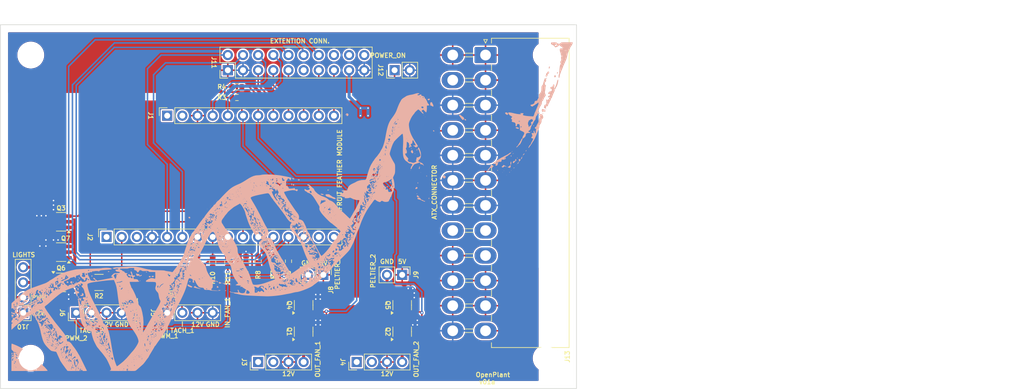
<source format=kicad_pcb>
(kicad_pcb (version 20240108) (generator "pcbnew") (generator_version "8.0")
  (title_block (title "PowerBoard") (date "2024-10-19") (rev "v01a") (company "OpenPlant") (comment 1 "Designed by NN"))
  (layers (0 "F.Cu" signal) (31 "B.Cu" signal) (34 "B.Paste" user) (35 "F.Paste" user) (36 "B.SilkS" user "B.Silkscreen") (37 "F.SilkS" user "F.Silkscreen") (38 "B.Mask" user) (39 "F.Mask" user) (44 "Edge.Cuts" user))
  (net 0 "")
  (net 1 "/TOGGLE_COOL_1")
  (net 2 "/IO13")
  (net 3 "+5V")
  (net 4 "/SCL")
  (net 5 "/BUTTON_2")
  (net 6 "/BUTTON_1")
  (net 8 "/BUTTON_3")
  (net 9 "/TOGGLE_COOL_2")
  (net 10 "/SDA")
  (net 11 "/IO12")
  (net 13 "GND")
  (net 15 "VCC")
  (net 16 "/PWM_FAN_IN_2")
  (net 17 "/MISO")
  (net 18 "/TACH_1")
  (net 19 "/AO")
  (net 20 "Net-(J2-Pin_7)")
  (net 22 "/PWM_FAN_IN_1")
  (net 24 "/PWM_L")
  (net 25 "Net-(J2-Pin_8)")
  (net 26 "/MOSI")
  (net 27 "/TACH_2")
  (net 31 "Net-(J3-Pin_4)")
  (net 32 "+12V")
  (net 34 "Net-(J4-Pin_4)")
  (net 36 "+3V3")
  (net 37 "/SCK")
  (net 38 "Net-(J8-Pin_2)")
  (net 39 "Net-(J9-Pin_2)")
  (net 40 "Net-(J10-Pin_2)")
  (net 41 "Net-(J10-Pin_3)")
  (net 42 "Net-(J10-Pin_4)")
  (net 43 "/PS_ON")
  (net 50 "/A1")
  (net 51 "Net-(J2-Pin_9)")
  (footprint "Resistor_SMD:R_0603_1608Metric" (layer "F.Cu") (at 152.4 62.484 90)
    (property "Reference" "R8")
    (property "Value" "0R")
  )
  (footprint "MountingHole:MountingHole_4mm" (layer "F.Cu") (at 200.66 27.94)
    (property "Reference" "REF**" (hide yes))
    (property "Value" "MountingHole_4mm" (hide yes))
  )
  (footprint "Resistor_SMD:R_1210_3225Metric" (layer "F.Cu") (at 138.176 66.04)
    (property "Reference" "R1")
    (property "Value" "1K")
  )
  (footprint "Package_TO_SOT_SMD:SOT-23-6" (layer "F.Cu") (at 119.38 66.04)
    (property "Reference" "Q6")
    (property "Value" "DMG6402LVT-7")
  )
  (footprint "Package_TO_SOT_SMD:SOT-23-6" (layer "F.Cu") (at 176.53 74.295 90)
    (property "Reference" "Q2")
    (property "Value" "OUT_FAN_2")
  )
  (footprint "MountingHole:MountingHole_4mm" (layer "F.Cu") (at 114.3 27.94)
    (property "Reference" "REF**" (hide yes))
    (property "Value" "MountingHole_4mm" (hide yes))
  )
  (footprint "Connector_PinHeader_2.54mm:PinHeader_1x04_P2.54mm_Vertical" (layer "F.Cu") (at 113.03 71.12 180)
    (property "Reference" "J10")
    (property "Value" "LIGHTS")
  )
  (footprint "Connector_PinSocket_2.54mm:PinSocket_1x16_P2.54mm_Vertical" (layer "F.Cu") (at 127 58.42 90)
    (property "Reference" "J2")
    (property "Value" "Conn_01x16_Socket")
  )
  (footprint "Connector_PinHeader_2.54mm:PinHeader_1x04_P2.54mm_Vertical" (layer "F.Cu") (at 168.91 79.375 90)
    (property "Reference" "J4")
    (property "Value" "OUT_FAN_2")
  )
  (footprint "Resistor_SMD:R_0603_1608Metric" (layer "F.Cu") (at 157.48 62.484 90)
    (property "Reference" "R6")
    (property "Value" "0R")
  )
  (footprint "Resistor_SMD:R_0603_1608Metric" (layer "F.Cu") (at 150.368 62.484 90)
    (property "Reference" "R5")
    (property "Value" "10K")
  )
  (footprint "MountingHole:MountingHole_4mm" (layer "F.Cu") (at 114.3 78.74)
    (property "Reference" "REF**" (hide yes))
    (property "Value" "MountingHole_4mm" (hide yes))
  )
  (footprint "Resistor_SMD:R_0603_1608Metric" (layer "F.Cu") (at 148.844 33.274 180)
    (property "Reference" "R4")
    (property "Value" "10K")
  )
  (footprint "Resistor_SMD:R_0603_1608Metric" (layer "F.Cu") (at 147.32 62.611 90)
    (property "Reference" "R11")
    (property "Value" "0R")
  )
  (footprint "Package_TO_SOT_SMD:SOT-23-6" (layer "F.Cu") (at 119.38 60.96 180)
    (property "Reference" "Q7")
    (property "Value" "DMG6402LVT-7")
  )
  (footprint "Resistor_SMD:R_0603_1608Metric" (layer "F.Cu") (at 148.844 35.052 180)
    (property "Reference" "R3")
    (property "Value" "10K")
  )
  (footprint "Connector_Molex:Molex_Mini-Fit_Jr_5569-24A2_2x12_P4.20mm_Horizontal" (layer "F.Cu") (at 190.5 27.94 -90)
    (property "Reference" "J13")
    (property "Value" "ATX-24")
  )
  (footprint "Connector_PinHeader_2.54mm:PinHeader_1x04_P2.54mm_Vertical" (layer "F.Cu") (at 137.16 71.12 90)
    (property "Reference" "J5")
    (property "Value" "IN_FAN_1")
  )
  (footprint "Package_TO_SOT_SMD:SOT-23-6" (layer "F.Cu") (at 119.38 55.88 180)
    (property "Reference" "Q3")
    (property "Value" "LIGHTS")
  )
  (footprint "Resistor_SMD:R_1210_3225Metric" (layer "F.Cu") (at 125.73 66.04 180)
    (property "Reference" "R2")
    (property "Value" "1K")
  )
  (footprint "Resistor_SMD:R_0603_1608Metric" (layer "F.Cu") (at 144.78 62.611 90)
    (property "Reference" "R10")
    (property "Value" "0R")
  )
  (footprint "Connector_PinHeader_2.54mm:PinHeader_1x02_P2.54mm_Vertical" (layer "F.Cu") (at 176.53 64.77 -90)
    (property "Reference" "J9")
    (property "Value" "PELTIER_2")
  )
  (footprint "Connector_PinSocket_2.54mm:PinSocket_1x12_P2.54mm_Vertical" (layer "F.Cu") (at 137.16 38.1 90)
    (property "Reference" "J1")
    (property "Value" "Conn_01x12_Socket")
  )
  (footprint "Package_TO_SOT_SMD:SOT-23-6" (layer "F.Cu") (at 160.02 74.295 90)
    (property "Reference" "Q1")
    (property "Value" "OUT_FAN_1" (hide yes))
  )
  (footprint "Package_TO_SOT_SMD:SOT-23-6" (layer "F.Cu") (at 160.02 69.85 90)
    (property "Reference" "Q4")
    (property "Value" "PELTIER_1")
  )
  (footprint "Connector_PinHeader_2.54mm:PinHeader_2x10_P2.54mm_Vertical" (layer "F.Cu") (at 147.32 30.48 90)
    (property "Reference" "J11")
    (property "Value" "Conn_02x10_Odd_Even")
  )
  (footprint "Package_TO_SOT_SMD:SOT-23-6" (layer "F.Cu") (at 176.53 69.85 90)
    (property "Reference" "Q5")
    (property "Value" "PELTIER_2")
  )
  (footprint "MountingHole:MountingHole_4mm" (layer "F.Cu") (at 200.66 78.74)
    (property "Reference" "REF**" (hide yes))
    (property "Value" "MountingHole_4mm" (hide yes))
  )
  (footprint "Connector_PinHeader_2.54mm:PinHeader_1x02_P2.54mm_Vertical" (layer "F.Cu") (at 175.26 30.48 90)
    (property "Reference" "J12")
    (property "Value" "Conn_01x02_Pin")
  )
  (footprint "Connector_PinHeader_2.54mm:PinHeader_1x02_P2.54mm_Vertical" (layer "F.Cu") (at 163.322 64.77 -90)
    (property "Reference" "J8")
    (property "Value" "PELTIER_1")
  )
  (footprint "Connector_PinHeader_2.54mm:PinHeader_1x04_P2.54mm_Vertical" (layer "F.Cu") (at 152.4 79.375 90)
    (property "Reference" "J3")
    (property "Value" "OUT_FAN_1")
  )
  (footprint "Resistor_SMD:R_0603_1608Metric" (layer "F.Cu") (at 142.24 62.484 90)
    (property "Reference" "R9")
    (property "Value" "0R")
  )
  (footprint "Resistor_SMD:R_0603_1608Metric" (layer "F.Cu") (at 154.94 62.484 90)
    (property "Reference" "R7")
    (property "Value" "0R")
  )
  (footprint "Connector_PinHeader_2.54mm:PinHeader_1x04_P2.54mm_Vertical" (layer "F.Cu") (at 121.92 71.12 90)
    (property "Reference" "J6")
    (property "Value" "IN_FAN_2")
  )
  (footprint "openplantIncubator_fp:DNA_silk_fp" (layer "B.Cu") (at 160.02 53.34 180)
    (property "Reference" "G***" (hide yes))
    (property "Value" "LOGO" (hide yes))
  )
  (gr_line (start 139.7 73.406) (end 139.7 72.644) (stroke (width 0.15)) (layer "F.SilkS"))
  (gr_line (start 124.46 73.406) (end 124.46 72.644) (stroke (width 0.15)) (layer "F.SilkS"))
  (gr_line (start 121.92 74.803) (end 121.92 72.45) (stroke (width 0.15)) (layer "F.SilkS"))
  (gr_line (start 137.16 74.422) (end 137.16 72.45) (stroke (width 0.15)) (layer "F.SilkS"))
  (gr_rect (start 109.22 22.86) (end 205.74 83.82) (stroke (width 0.1)) (fill none) (layer "Edge.Cuts"))
  (gr_text "5V" (at 176.53 62.992 0) (layer "F.SilkS") (effects (font (size 0.75 0.75) (thickness 0.15) (bold yes)) (justify bottom)))
  (gr_text "PWM" (at 115.697 68.58 0) (layer "F.SilkS") (effects (font (size 0.75 0.75) (thickness 0.15) (bold yes))))
  (gr_text "POWER_ON" (at 171.069 28.448 0) (layer "F.SilkS") (effects (font (size 0.75 0.75) (thickness 0.15) (bold yes)) (justify left bottom)))
  (gr_text "ATX_CONNECTOR" (at 182.372 50.927 90) (layer "F.SilkS") (effects (font (size 0.75 0.75) (thickness 0.15) (bold yes)) (justify bottom)))
  (gr_text "PWM_2" (at 121.92 75.819 0) (layer "F.SilkS") (effects (font (size 0.75 0.75) (thickness 0.15) (bold yes)) (justify bottom)))
  (gr_text "12V" (at 173.99 81.788 0) (layer "F.SilkS") (effects (font (size 0.75 0.75) (thickness 0.15) (bold yes)) (justify bottom)))
  (gr_text "5V" (at 163.322 63.246 0) (layer "F.SilkS") (effects (font (size 0.75 0.75) (thickness 0.15) (bold yes)) (justify bottom)))
  (gr_text "IN_FAN_1" (at 147.701 71.12 90) (layer "F.SilkS") (effects (font (size 0.75 0.75) (thickness 0.15) (bold yes)) (justify bottom)))
  (gr_text "PWM_1" (at 137.16 75.438 0) (layer "F.SilkS") (effects (font (size 0.75 0.75) (thickness 0.15) (bold yes)) (justify bottom)))
  (gr_text "PELTIER_1" (at 166.116 67.31 90) (layer "F.SilkS") (effects (font (size 0.75 0.75) (thickness 0.15) (bold yes)) (justify left bottom)))
  (gr_text "IN_FAN_2" (at 131.826 71.12 90) (layer "F.SilkS") (effects (font (size 0.75 0.75) (thickness 0.15) (bold yes))))
  (gr_text "OUT_FAN_2" (at 179.324 82.042 90) (layer "F.SilkS") (effects (font (size 0.75 0.75) (thickness 0.15) (bold yes)) (justify left bottom)))
  (gr_text "GND" (at 129.54 73.533 0) (layer "F.SilkS") (effects (font (size 0.75 0.75) (thickness 0.15) (bold yes)) (justify bottom)))
  (gr_text "ADAFRUIT FEATHER MODULE" (at 166.497 56.007 90) (layer "F.SilkS") (effects (font (size 0.75 0.75) (thickness 0.15) (bold yes)) (justify left bottom)))
  (gr_text "${COMPANY}\n${PROJECTNAME} ${REVISION}" (at 188.7728 83.1596 0) (layer "F.SilkS") (effects (font (size 0.75 0.75) (thickness 0.15) (bold yes)) (justify left bottom)))
  (gr_text "PELTIER_2" (at 172.085 67.056 90) (layer "F.SilkS") (effects (font (size 0.75 0.75) (thickness 0.15) (bold yes)) (justify left bottom)))
  (gr_text "12V" (at 115.57 71.628 0) (layer "F.SilkS") (effects (font (size 0.75 0.75) (thickness 0.15) (bold yes)) (justify bottom)))
  (gr_text "TACH_1" (at 139.7 74.549 0) (layer "F.SilkS") (effects (font (size 0.75 0.75) (thickness 0.15) (bold yes)) (justify bottom)))
  (gr_text "TACH_2" (at 124.46 74.549 0) (layer "F.SilkS") (effects (font (size 0.75 0.75) (thickness 0.15) (bold yes)) (justify bottom)))
  (gr_text "12V" (at 127 73.533 0) (layer "F.SilkS") (effects (font (size 0.75 0.75) (thickness 0.15) (bold yes)) (justify bottom)))
  (gr_text "12V" (at 157.48 81.788 0) (layer "F.SilkS") (effects (font (size 0.75 0.75) (thickness 0.15) (bold yes)) (justify bottom)))
  (gr_text "GND" (at 160.782 63.246 0) (layer "F.SilkS") (effects (font (size 0.75 0.75) (thickness 0.15) (bold yes)) (justify bottom)))
  (gr_text "GND" (at 144.78 73.533 0) (layer "F.SilkS") (effects (font (size 0.75 0.75) (thickness 0.15) (bold yes)) (justify bottom)))
  (gr_text "OUT_FAN_1" (at 162.814 82.042 90) (layer "F.SilkS") (effects (font (size 0.75 0.75) (thickness 0.15) (bold yes)) (justify left bottom)))
  (gr_text "12V" (at 142.24 73.533 0) (layer "F.SilkS") (effects (font (size 0.75 0.75) (thickness 0.15) (bold yes)) (justify bottom)))
  (gr_text "EXTENTION CONN." (at 159.385 26.035 0) (layer "F.SilkS") (effects (font (size 0.75 0.75) (thickness 0.15) (bold yes)) (justify bottom)))
  (gr_text "LIGHTS" (at 111.125 61.849 0) (layer "F.SilkS") (effects (font (size 0.75 0.75) (thickness 0.15) (bold yes)) (justify left bottom)))
  (gr_text "GND" (at 173.99 62.992 0) (layer "F.SilkS") (effects (font (size 0.75 0.75) (thickness 0.15) (bold yes)) (justify bottom)))
  (segment (start 163.83 70.9875) (end 160.97 70.9875) (width 0.254) (layer "F.Cu") (net 1))
  (segment (start 163.83 70.866) (end 163.83 70.9875) (width 0.254) (layer "F.Cu") (net 1))
  (segment (start 163.576 75.438) (end 163.068 75.438) (width 0.254) (layer "F.Cu") (net 1))
  (segment (start 163.83 70.866) (end 163.83 75.184) (width 0.254) (layer "F.Cu") (net 1))
  (segment (start 163.068 75.438) (end 163.0625 75.4325) (width 0.254) (layer "F.Cu") (net 1))
  (segment (start 163.0625 75.4325) (end 160.97 75.4325) (width 0.254) (layer "F.Cu") (net 1))
  (segment (start 163.83 75.184) (end 163.576 75.438) (width 0.254) (layer "F.Cu") (net 1))
  (segment (start 149.669 37.909) (end 149.86 38.1) (width 0.254) (layer "F.Cu") (net 1))
  (segment (start 149.669 35.052) (end 149.669 37.909) (width 0.254) (layer "F.Cu") (net 1))
  (via (at 163.83 70.866) (size 0.5588) (drill 0.254) (layers "F.Cu" "B.Cu") (net 1))
  (segment (start 166.37 49.53) (end 168.91 52.07) (width 0.254) (layer "B.Cu") (net 1))
  (segment (start 149.86 43.18) (end 156.21 49.53) (width 0.254) (layer "B.Cu") (net 1))
  (segment (start 156.21 49.53) (end 166.37 49.53) (width 0.254) (layer "B.Cu") (net 1))
  (segment (start 168.91 69.088) (end 167.132 70.866) (width 0.254) (layer "B.Cu") (net 1))
  (segment (start 149.86 38.1) (end 149.86 43.18) (width 0.254) (layer "B.Cu") (net 1))
  (segment (start 168.91 52.07) (end 168.91 69.088) (width 0.254) (layer "B.Cu") (net 1))
  (segment (start 167.132 70.866) (end 163.83 70.866) (width 0.254) (layer "B.Cu") (net 1))
  (segment (start 153.631 32.043) (end 153.631 29.171) (width 0.254) (layer "B.Cu") (net 2))
  (segment (start 153.631 29.171) (end 152.4 27.94) (width 0.254) (layer "B.Cu") (net 2))
  (segment (start 153.162 32.512) (end 153.631 32.043) (width 0.254) (layer "B.Cu") (net 2))
  (segment (start 148.082 32.512) (end 153.162 32.512) (width 0.254) (layer "B.Cu") (net 2))
  (segment (start 144.78 38.1) (end 144.78 35.814) (width 0.254) (layer "B.Cu") (net 2))
  (segment (start 144.78 35.814) (end 148.082 32.512) (width 0.254) (layer "B.Cu") (net 2))
  (via (at 170.815 36.83) (size 0.5588) (drill 0.254) (layers "F.Cu" "B.Cu") (net 3))
  (via (at 170.815 38.1) (size 0.5588) (drill 0.254) (layers "F.Cu" "B.Cu") (net 3))
  (via (at 169.545 36.83) (size 0.5588) (drill 0.254) (layers "F.Cu" "B.Cu") (net 3))
  (via (at 169.545 38.1) (size 0.5588) (drill 0.254) (layers "F.Cu" "B.Cu") (net 3))
  (segment (start 169.545 36.83) (end 169.545 38.1) (width 0.508) (layer "B.Cu") (net 3))
  (segment (start 167.64 34.925) (end 169.545 36.83) (width 0.508) (layer "B.Cu") (net 3))
  (segment (start 169.545 36.83) (end 170.815 36.83) (width 0.508) (layer "B.Cu") (net 3))
  (segment (start 167.64 30.48) (end 167.64 34.925) (width 0.508) (layer "B.Cu") (net 3))
  (segment (start 170.815 36.83) (end 170.815 38.1) (width 0.508) (layer "B.Cu") (net 3))
  (segment (start 165.1 30.48) (end 165.1 38.1) (width 0.254) (layer "F.Cu") (net 4))
  (segment (start 157.48 35.56) (end 157.48 38.1) (width 0.254) (layer "F.Cu") (net 5))
  (segment (start 154.94 30.48) (end 154.94 33.02) (width 0.254) (layer "F.Cu") (net 5))
  (segment (start 154.94 33.02) (end 157.48 35.56) (width 0.254) (layer "F.Cu") (net 5))
  (segment (start 154.94 35.56) (end 154.94 38.1) (width 0.254) (layer "F.Cu") (net 6))
  (segment (start 152.4 30.48) (end 152.4 33.02) (width 0.254) (layer "F.Cu") (net 6))
  (segment (start 152.4 33.02) (end 154.94 35.56) (width 0.254) (layer "F.Cu") (net 6))
  (segment (start 160.02 35.56) (end 160.02 38.1) (width 0.254) (layer "F.Cu") (net 8))
  (segment (start 157.48 33.02) (end 160.02 35.56) (width 0.254) (layer "F.Cu") (net 8))
  (segment (start 157.48 30.48) (end 157.48 33.02) (width 0.254) (layer "F.Cu") (net 8))
  (segment (start 150.876 33.274) (end 152.4 34.798) (width 0.254) (layer "F.Cu") (net 9))
  (segment (start 177.48 70.9875) (end 179.6995 70.9875) (width 0.254) (layer "F.Cu") (net 9))
  (segment (start 149.669 33.274) (end 150.876 33.274) (width 0.254) (layer "F.Cu") (net 9))
  (segment (start 179.832 71.12) (end 179.832 74.676) (width 0.254) (layer "F.Cu") (net 9))
  (segment (start 179.0755 75.4325) (end 177.48 75.4325) (width 0.254) (layer "F.Cu") (net 9))
  (segment (start 179.832 74.676) (end 179.0755 75.4325) (width 0.254) (layer "F.Cu") (net 9))
  (segment (start 152.4 34.798) (end 152.4 38.1) (width 0.254) (layer "F.Cu") (net 9))
  (segment (start 179.6995 70.9875) (end 179.832 71.12) (width 0.254) (layer "F.Cu") (net 9))
  (via (at 179.832 71.12) (size 0.5588) (drill 0.254) (layers "F.Cu" "B.Cu") (net 9))
  (segment (start 175.58 52.39) (end 175.58 61.214) (width 0.254) (layer "B.Cu") (net 9))
  (segment (start 175.299 66.079) (end 175.514 66.294) (width 0.254) (layer "B.Cu") (net 9))
  (segment (start 179.832 67.646053) (end 179.832 70.866) (width 0.254) (layer "B.Cu") (net 9))
  (segment (start 179.832 70.866) (end 179.832 71.12) (width 0.254) (layer "B.Cu") (net 9))
  (segment (start 175.514 66.294) (end 178.479947 66.294) (width 0.254) (layer "B.Cu") (net 9))
  (segment (start 178.479947 66.294) (end 179.832 67.646053) (width 0.254) (layer "B.Cu") (net 9))
  (segment (start 175.58 61.214) (end 175.299 61.495) (width 0.254) (layer "B.Cu") (net 9))
  (segment (start 172.72 48.26) (end 175.26 50.8) (width 0.254) (layer "B.Cu") (net 9))
  (segment (start 175.26 50.8) (end 175.26 52.07) (width 0.254) (layer "B.Cu") (net 9))
  (segment (start 175.299 61.495) (end 175.299 66.079) (width 0.254) (layer "B.Cu") (net 9))
  (segment (start 175.26 52.07) (end 175.58 52.39) (width 0.254) (layer "B.Cu") (net 9))
  (segment (start 152.4 38.1) (end 152.4 41.91) (width 0.254) (layer "B.Cu") (net 9))
  (segment (start 152.4 41.91) (end 158.75 48.26) (width 0.254) (layer "B.Cu") (net 9))
  (segment (start 158.75 48.26) (end 172.72 48.26) (width 0.254) (layer "B.Cu") (net 9))
  (segment (start 162.56 30.48) (end 162.56 38.1) (width 0.254) (layer "F.Cu") (net 10))
  (segment (start 156.171 29.171) (end 154.94 27.94) (width 0.254) (layer "B.Cu") (net 11))
  (segment (start 147.32 38.1) (end 147.32 35.306) (width 0.254) (layer "B.Cu") (net 11))
  (segment (start 156.171 32.297) (end 156.171 29.171) (width 0.254) (layer "B.Cu") (net 11))
  (segment (start 148.844 33.782) (end 154.686 33.782) (width 0.254) (layer "B.Cu") (net 11))
  (segment (start 147.32 35.306) (end 148.844 33.782) (width 0.254) (layer "B.Cu") (net 11))
  (segment (start 154.686 33.782) (end 156.171 32.297) (width 0.254) (layer "B.Cu") (net 11))
  (segment (start 118.11 53.086) (end 118.11 53.848) (width 0.254) (layer "F.Cu") (net 13))
  (segment (start 178.308 73.152) (end 179.07 73.152) (width 0.254) (layer "F.Cu") (net 13))
  (segment (start 118.11 52.324) (end 118.11 53.086) (width 0.254) (layer "F.Cu") (net 13))
  (segment (start 160.97 68.7125) (end 161.9305 68.7125) (width 0.254) (layer "F.Cu") (net 13))
  (segment (start 150.368 61.659) (end 150.368 60.8584) (width 0.254) (layer "F.Cu") (net 13))
  (segment (start 162.052 73.152) (end 162.052 72.39) (width 0.254) (layer "F.Cu") (net 13))
  (segment (start 162.052 68.834) (end 162.052 68.072) (width 0.254) (layer "F.Cu") (net 13))
  (segment (start 160.97 73.1575) (end 162.0465 73.1575) (width 0.254) (layer "F.Cu") (net 13))
  (segment (start 121.666 67.056) (end 121.666 67.818) (width 0.254) (layer "F.Cu") (net 13))
  (segment (start 120.65 68.072) (end 120.65 68.834) (width 0.254) (layer "F.Cu") (net 13))
  (segment (start 118.2425 54.93) (end 116.906 54.93) (width 0.254) (layer "F.Cu") (net 13))
  (segment (start 177.48 67.122) (end 177.546 67.056) (width 0.254) (layer "F.Cu") (net 13))
  (segment (start 118.872 58.928) (end 118.11 58.928) (width 0.254) (layer "F.Cu") (net 13))
  (segment (start 162.814 68.072) (end 162.814 68.834) (width 0.254) (layer "F.Cu") (net 13))
  (segment (start 146.812 33.274) (end 146.05 33.274) (width 0.254) (layer "F.Cu") (net 13))
  (segment (start 118.11 59.8775) (end 118.2425 60.01) (width 0.254) (layer "F.Cu") (net 13))
  (segment (start 148.019 35.052) (end 147.066 35.052) (width 0.254) (layer "F.Cu") (net 13))
  (segment (start 121.6 66.99) (end 121.666 67.056) (width 0.254) (layer "F.Cu") (net 13))
  (segment (start 118.1765 59.944) (end 118.2425 60.01) (width 0.254) (layer "F.Cu") (net 13))
  (segment (start 177.48 68.7125) (end 178.4295 68.7125) (width 0.254) (layer "F.Cu") (net 13))
  (segment (start 162.0465 73.1575) (end 162.052 73.152) (width 0.254) (layer "F.Cu") (net 13))
  (segment (start 116.84 58.928) (end 118.11 58.928) (width 0.254) (layer "F.Cu") (net 13))
  (segment (start 146.812 34.798) (end 146.812 33.274) (width 0.254) (layer "F.Cu") (net 13))
  (segment (start 116.078 54.864) (end 115.316 54.864) (width 0.254) (layer "F.Cu") (net 13))
  (segment (start 120.5175 66.99) (end 120.5175 67.9395) (width 0.254) (layer "F.Cu") (net 13))
  (segment (start 118.11 53.848) (end 118.11 54.7975) (width 0.254) (layer "F.Cu") (net 13))
  (segment (start 179.07 73.152) (end 179.07 72.39) (width 0.254) (layer "F.Cu") (net 13))
  (segment (start 178.562 68.58) (end 178.562 67.818) (width 0.254) (layer "F.Cu") (net 13))
  (segment (start 177.546 67.056) (end 178.308 67.056) (width 0.254) (layer "F.Cu") (net 13))
  (segment (start 162.052 73.152) (end 162.814 73.152) (width 0.254) (layer "F.Cu") (net 13))
  (segment (start 120.5175 67.9395) (end 120.65 68.072) (width 0.254) (layer "F.Cu") (net 13))
  (segment (start 116.84 54.864) (end 116.078 54.864) (width 0.254) (layer "F.Cu") (net 13))
  (segment (start 162.814 73.152) (end 162.814 72.39) (width 0.254) (layer "F.Cu") (net 13))
  (segment (start 147.066 35.052) (end 146.812 34.798) (width 0.254) (layer "F.Cu") (net 13))
  (segment (start 116.84 59.944) (end 115.824 59.944) (width 0.254) (layer "F.Cu") (net 13))
  (segment (start 118.11 58.928) (end 118.11 59.8775) (width 0.254) (layer "F.Cu") (net 13))
  (segment (start 161.9305 68.7125) (end 162.052 68.834) (width 0.254) (layer "F.Cu") (net 13))
  (segment (start 148.019 33.274) (end 146.812 33.274) (width 0.254) (layer "F.Cu") (net 13))
  (segment (start 178.3025 73.1575) (end 178.308 73.152) (width 0.254) (layer "F.Cu") (net 13))
  (segment (start 120.5175 66.99) (end 121.6 66.99) (width 0.254) (layer "F.Cu") (net 13))
  (segment (start 116.84 59.944) (end 118.1765 59.944) (width 0.254) (layer "F.Cu") (net 13))
  (segment (start 118.11 54.7975) (end 118.2425 54.93) (width 0.254) (layer "F.Cu") (net 13))
  (segment (start 177.48 73.1575) (end 178.3025 73.1575) (width 0.254) (layer "F.Cu") (net 13))
  (segment (start 116.906 54.93) (end 116.84 54.864) (width 0.254) (layer "F.Cu") (net 13))
  (segment (start 178.4295 68.7125) (end 178.562 68.58) (width 0.254) (layer "F.Cu") (net 13))
  (segment (start 162.052 68.834) (end 162.814 68.834) (width 0.254) (layer "F.Cu") (net 13))
  (segment (start 177.48 68.7125) (end 177.48 67.122) (width 0.254) (layer "F.Cu") (net 13))
  (via (at 118.872 58.928) (size 0.5588) (drill 0.254) (layers "F.Cu" "B.Cu") (net 13))
  (via (at 178.308 73.152) (size 0.5588) (drill 0.254) (layers "F.Cu" "B.Cu") (net 13))
  (via (at 146.05 33.274) (size 0.5588) (drill 0.254) (layers "F.Cu" "B.Cu") (net 13))
  (via (at 162.052 68.072) (size 0.5588) (drill 0.254) (layers "F.Cu" "B.Cu") (net 13))
  (via (at 115.316 54.864) (size 0.5588) (drill 0.254) (layers "F.Cu" "B.Cu") (net 13))
  (via (at 115.824 59.944) (size 0.5588) (drill 0.254) (layers "F.Cu" "B.Cu") (net 13))
  (via (at 121.666 67.818) (size 0.5588) (drill 0.254) (layers "F.Cu" "B.Cu") (net 13))
  (via (at 121.666 67.056) (size 0.5588) (drill 0.254) (layers "F.Cu" "B.Cu") (net 13))
  (via (at 116.078 54.864) (size 0.5588) (drill 0.254) (layers "F.Cu" "B.Cu") (net 13))
  (via (at 178.308 67.056) (size 0.5588) (drill 0.254) (layers "F.Cu" "B.Cu") (net 13))
  (via (at 162.052 68.834) (size 0.5588) (drill 0.254) (layers "F.Cu" "B.Cu") (net 13))
  (via (at 162.814 68.834) (size 0.5588) (drill 0.254) (layers "F.Cu" "B.Cu") (net 13))
  (via (at 150.368 60.8584) (size 0.5588) (drill 0.254) (layers "F.Cu" "B.Cu") (net 13))
  (via (at 116.84 54.864) (size 0.5588) (drill 0.254) (layers "F.Cu" "B.Cu") (net 13))
  (via (at 162.052 73.152) (size 0.5588) (drill 0.254) (layers "F.Cu" "B.Cu") (net 13))
  (via (at 178.562 68.58) (size 0.5588) (drill 0.254) (layers "F.Cu" "B.Cu") (net 13))
  (via (at 162.814 68.072) (size 0.5588) (drill 0.254) (layers "F.Cu" "B.Cu") (net 13))
  (via (at 116.84 59.944) (size 0.5588) (drill 0.254) (layers "F.Cu" "B.Cu") (net 13))
  (via (at 162.052 72.39) (size 0.5588) (drill 0.254) (layers "F.Cu" "B.Cu") (net 13))
  (via (at 118.11 52.324) (size 0.5588) (drill 0.254) (layers "F.Cu" "B.Cu") (net 13))
  (via (at 118.11 58.928) (size 0.5588) (drill 0.254) (layers "F.Cu" "B.Cu") (net 13))
  (via (at 179.07 73.152) (size 0.5588) (drill 0.254) (layers "F.Cu" "B.Cu") (net 13))
  (via (at 162.814 73.152) (size 0.5588) (drill 0.254) (layers "F.Cu" "B.Cu") (net 13))
  (via (at 177.546 67.056) (size 0.5588) (drill 0.254) (layers "F.Cu" "B.Cu") (net 13))
  (via (at 179.07 72.39) (size 0.5588) (drill 0.254) (layers "F.Cu" "B.Cu") (net 13))
  (via (at 116.84 58.928) (size 0.5588) (drill 0.254) (layers "F.Cu" "B.Cu") (net 13))
  (via (at 118.11 53.086) (size 0.5588) (drill 0.254) (layers "F.Cu" "B.Cu") (net 13))
  (via (at 118.11 53.848) (size 0.5588) (drill 0.254) (layers "F.Cu" "B.Cu") (net 13))
  (via (at 178.562 67.818) (size 0.5588) (drill 0.254) (layers "F.Cu" "B.Cu") (net 13))
  (via (at 120.65 68.072) (size 0.5588) (drill 0.254) (layers "F.Cu" "B.Cu") (net 13))
  (via (at 162.814 72.39) (size 0.5588) (drill 0.254) (layers "F.Cu" "B.Cu") (net 13))
  (via (at 120.65 68.834) (size 0.5588) (drill 0.254) (layers "F.Cu" "B.Cu") (net 13))
  (segment (start 136.7135 66.04) (end 130.048 66.04) (width 0.254) (layer "F.Cu") (net 15))
  (segment (start 127.1925 66.04) (end 129.032 66.04) (width 0.254) (layer "F.Cu") (net 15))
  (segment (start 129.54 65.532) (end 129.54 58.42) (width 0.254) (layer "F.Cu") (net 15))
  (segment (start 129.032 66.04) (end 129.54 65.532) (width 0.254) (layer "F.Cu") (net 15))
  (segment (start 130.048 66.04) (end 129.54 65.532) (width 0.254) (layer "F.Cu") (net 15))
  (segment (start 157.48 64.262) (end 156.718 65.024) (width 0.254) (layer "F.Cu") (net 16))
  (segment (start 157.48 64.262) (end 157.48 63.309) (width 0.254) (layer "F.Cu") (net 16))
  (segment (start 147.32 64.262) (end 147.32 63.436) (width 0.254) (layer "F.Cu") (net 16))
  (via (at 147.32 64.262) (size 0.5588) (drill 0.254) (layers "F.Cu" "B.Cu") (net 16))
  (via (at 156.718 65.024) (size 0.5588) (drill 0.254) (layers "F.Cu" "B.Cu") (net 16))
  (segment (start 147.574 65.024) (end 147.32 65.024) (width 0.254) (layer "B.Cu") (net 16))
  (segment (start 156.718 65.024) (end 147.574 65.024) (width 0.254) (layer "B.Cu") (net 16))
  (segment (start 121.92 72.644) (end 122.936 73.66) (width 0.254) (layer "B.Cu") (net 16))
  (segment (start 147.32 72.39) (end 147.32 65.278) (width 0.254) (layer "B.Cu") (net 16))
  (segment (start 147.32 65.024) (end 147.32 64.77) (width 0.254) (layer "B.Cu") (net 16))
  (segment (start 147.32 65.278) (end 147.32 65.024) (width 0.254) (layer "B.Cu") (net 16))
  (segment (start 138.176 73.66) (end 138.43 73.406) (width 0.254) (layer "B.Cu") (net 16))
  (segment (start 146.304 73.406) (end 147.32 72.39) (width 0.254) (layer "B.Cu") (net 16))
  (segment (start 147.32 64.77) (end 147.32 64.516) (width 0.254) (layer "B.Cu") (net 16))
  (segment (start 121.92 71.12) (end 121.92 72.644) (width 0.254) (layer "B.Cu") (net 16))
  (segment (start 147.32 64.77) (end 147.574 65.024) (width 0.254) (layer "B.Cu") (net 16))
  (segment (start 147.32 64.516) (end 147.32 64.262) (width 0.254) (layer "B.Cu") (net 16))
  (segment (start 147.574 65.024) (end 147.32 65.278) (width 0.254) (layer "B.Cu") (net 16))
  (segment (start 122.936 73.66) (end 138.176 73.66) (width 0.254) (layer "B.Cu") (net 16))
  (segment (start 138.43 73.406) (end 146.304 73.406) (width 0.254) (layer "B.Cu") (net 16))
  (segment (start 157.48 61.659) (end 157.48 58.42) (width 0.254) (layer "F.Cu") (net 17))
  (segment (start 125.095 25.4) (end 160.02 25.4) (width 0.254) (layer "B.Cu") (net 17))
  (segment (start 120.65 29.845) (end 125.095 25.4) (width 0.254) (layer "B.Cu") (net 17))
  (segment (start 121.92 62.865) (end 120.65 61.595) (width 0.254) (layer "B.Cu") (net 17))
  (segment (start 153.035 62.865) (end 121.92 62.865) (width 0.254) (layer "B.Cu") (net 17))
  (segment (start 120.65 61.595) (end 120.65 29.845) (width 0.254) (layer "B.Cu") (net 17))
  (segment (start 157.48 58.42) (end 153.035 62.865) (width 0.254) (layer "B.Cu") (net 17))
  (segment (start 160.02 25.4) (end 162.56 27.94) (width 0.254) (layer "B.Cu") (net 17))
  (segment (start 139.6385 71.0585) (end 139.7 71.12) (width 0.254) (layer "F.Cu") (net 18))
  (segment (start 164.084 62.992) (end 165.1 61.976) (width 0.254) (layer "F.Cu") (net 18))
  (segment (start 157.607 66.04) (end 159.004 64.643) (width 0.254) (layer "F.Cu") (net 18))
  (segment (start 139.6385 66.04) (end 139.6385 71.0585) (width 0.254) (layer "F.Cu") (net 18))
  (segment (start 159.004 63.373) (end 159.385 62.992) (width 0.254) (layer "F.Cu") (net 18))
  (segment (start 165.1 61.976) (end 165.1 58.42) (width 0.254) (layer "F.Cu") (net 18))
  (segment (start 159.004 64.643) (end 159.004 63.373) (width 0.254) (layer "F.Cu") (net 18))
  (segment (start 159.385 62.992) (end 164.084 62.992) (width 0.254) (layer "F.Cu") (net 18))
  (segment (start 139.6385 66.04) (end 157.607 66.04) (width 0.254) (layer "F.Cu") (net 18))
  (segment (start 133.858 42.926) (end 133.858 30.226) (width 0.254) (layer "B.Cu") (net 19))
  (segment (start 133.858 30.226) (end 136.144 27.94) (width 0.254) (layer "B.Cu") (net 19))
  (segment (start 136.144 27.94) (end 147.32 27.94) (width 0.254) (layer "B.Cu") (net 19))
  (segment (start 137.16 46.228) (end 133.858 42.926) (width 0.254) (layer "B.Cu") (net 19))
  (segment (start 137.16 58.42) (end 137.16 46.228) (width 0.254) (layer "B.Cu") (net 19))
  (segment (start 142.24 61.659) (end 142.24 58.42) (width 0.254) (layer "F.Cu") (net 20))
  (segment (start 140.462 63.754) (end 141.732 65.024) (width 0.254) (layer "F.Cu") (net 22))
  (segment (start 138.176 64.77) (end 139.192 63.754) (width 0.254) (layer "F.Cu") (net 22))
  (segment (start 138.176 68.326) (end 138.176 64.77) (width 0.254) (layer "F.Cu") (net 22))
  (segment (start 137.16 69.342) (end 138.176 68.326) (width 0.254) (layer "F.Cu") (net 22))
  (segment (start 154.432 65.278) (end 154.94 64.77) (width 0.254) (layer "F.Cu") (net 22))
  (segment (start 144.78 65.024) (end 145.034 65.278) (width 0.254) (layer "F.Cu") (net 22))
  (segment (start 145.034 65.278) (end 154.432 65.278) (width 0.254) (layer "F.Cu") (net 22))
  (segment (start 139.192 63.754) (end 140.462 63.754) (width 0.254) (layer "F.Cu") (net 22))
  (segment (start 144.78 63.436) (end 144.78 65.024) (width 0.254) (layer "F.Cu") (net 22))
  (segment (start 137.16 71.12) (end 137.16 69.342) (width 0.254) (layer "F.Cu") (net 22))
  (segment (start 154.94 64.77) (end 154.94 63.309) (width 0.254) (layer "F.Cu") (net 22))
  (segment (start 141.732 65.024) (end 144.78 65.024) (width 0.254) (layer "F.Cu") (net 22))
  (segment (start 143.51 64.008) (end 143.256 64.262) (width 0.254) (layer "F.Cu") (net 24))
  (segment (start 150.876 54.864) (end 151.091 55.079) (width 0.254) (layer "F.Cu") (net 24))
  (segment (start 150.622 64.262) (end 150.368 64.008) (width 0.254) (layer "F.Cu") (net 24))
  (segment (start 149.352 60.198) (end 148.59 60.96) (width 0.254) (layer "F.Cu") (net 24))
  (segment (start 152.4 63.309) (end 152.4 64.008) (width 0.254) (layer "F.Cu") (net 24))
  (segment (start 150.876 54.864) (end 150.114 54.102) (width 0.254) (layer "F.Cu") (net 24))
  (segment (start 151.091 60.198) (end 149.352 60.198) (width 0.254) (layer "F.Cu") (net 24))
  (segment (start 122.174 54.93) (end 120.5175 54.93) (width 0.254) (layer "F.Cu") (net 24))
  (segment (start 151.091 55.079) (end 151.091 60.198) (width 0.254) (layer "F.Cu") (net 24))
  (segment (start 143.256 64.262) (end 142.494 64.262) (width 0.254) (layer "F.Cu") (net 24))
  (segment (start 150.114 54.102) (end 123.002 54.102) (width 0.254) (layer "F.Cu") (net 24))
  (segment (start 142.24 64.008) (end 142.24 63.309) (width 0.254) (layer "F.Cu") (net 24))
  (segment (start 150.368 64.008) (end 150.368 63.309) (width 0.254) (layer "F.Cu") (net 24))
  (segment (start 143.51 62.992) (end 143.51 64.008) (width 0.254) (layer "F.Cu") (net 24))
  (segment (start 142.494 64.262) (end 142.24 64.008) (width 0.254) (layer "F.Cu") (net 24))
  (segment (start 147.999 62.567) (end 143.935 62.567) (width 0.254) (layer "F.Cu") (net 24))
  (segment (start 151.384 61.3728) (end 151.384 64.262) (width 0.254) (layer "F.Cu") (net 24))
  (segment (start 123.002 54.102) (end 122.174 54.93) (width 0.254) (layer "F.Cu") (net 24))
  (segment (start 151.091 60.198) (end 151.091 61.0798) (width 0.254) (layer "F.Cu") (net 24))
  (segment (start 143.935 62.567) (end 143.51 62.992) (width 0.254) (layer "F.Cu") (net 24))
  (segment (start 148.59 61.976) (end 147.999 62.567) (width 0.254) (layer "F.Cu") (net 24))
  (segment (start 151.091 61.0798) (end 151.384 61.3728) (width 0.254) (layer "F.Cu") (net 24))
  (segment (start 148.59 60.96) (end 148.59 61.976) (width 0.254) (layer "F.Cu") (net 24))
  (segment (start 152.146 64.262) (end 150.622 64.262) (width 0.254) (layer "F.Cu") (net 24))
  (segment (start 152.4 64.008) (end 152.146 64.262) (width 0.254) (layer "F.Cu") (net 24))
  (segment (start 144.78 61.786) (end 144.78 58.42) (width 0.254) (layer "F.Cu") (net 25))
  (segment (start 154.94 61.659) (end 154.94 58.42) (width 0.254) (layer "F.Cu") (net 26))
  (segment (start 122.47158 62.23) (end 121.285 61.04342) (width 0.254) (layer "B.Cu") (net 26))
  (segment (start 154.94 58.42) (end 154.94 59.13842) (width 0.254) (layer "B.Cu") (net 26))
  (segment (start 151.84842 62.23) (end 122.47158 62.23) (width 0.254) (layer "B.Cu") (net 26))
  (segment (start 158.75 25.908) (end 160.02 27.178) (width 0.254) (layer "B.Cu") (net 26))
  (segment (start 121.285 32.93658) (end 128.31358 25.908) (width 0.254) (layer "B.Cu") (net 26))
  (segment (start 160.02 27.178) (end 160.02 27.94) (width 0.254) (layer "B.Cu") (net 26))
  (segment (start 121.285 61.04342) (end 121.285 32.93658) (width 0.254) (layer "B.Cu") (net 26))
  (segment (start 128.31358 25.908) (end 158.75 25.908) (width 0.254) (layer "B.Cu") (net 26))
  (segment (start 154.94 59.13842) (end 151.84842 62.23) (width 0.254) (layer "B.Cu") (net 26))
  (segment (start 124.2675 66.04) (end 124.2675 57.0885) (width 0.254) (layer "F.Cu") (net 27))
  (segment (start 149.86 56.642) (end 149.86 58.42) (width 0.254) (layer "F.Cu") (net 27))
  (segment (start 124.2675 70.9275) (end 124.46 71.12) (width 0.254) (layer "F.Cu") (net 27))
  (segment (start 124.2675 57.0885) (end 125.476 55.88) (width 0.254) (layer "F.Cu") (net 27))
  (segment (start 124.2675 66.04) (end 124.2675 70.9275) (width 0.254) (layer "F.Cu") (net 27))
  (segment (start 149.098 55.88) (end 149.86 56.642) (width 0.254) (layer "F.Cu") (net 27))
  (segment (start 125.476 55.88) (end 149.098 55.88) (width 0.254) (layer "F.Cu") (net 27))
  (segment (start 159.07 75.4325) (end 159.07 76.774) (width 0.508) (layer "F.Cu") (net 31))
  (segment (start 160.02 77.216) (end 160.02 79.375) (width 0.508) (layer "F.Cu") (net 31))
  (segment (start 160.02 73.1575) (end 160.02 75.4325) (width 0.508) (layer "F.Cu") (net 31))
  (segment (start 159.07 76.774) (end 159.512 77.216) (width 0.508) (layer "F.Cu") (net 31))
  (segment (start 159.07 73.1575) (end 159.07 75.4325) (width 0.508) (layer "F.Cu") (net 31))
  (segment (start 160.02 75.4325) (end 160.02 77.216) (width 0.508) (layer "F.Cu") (net 31))
  (segment (start 159.512 77.216) (end 160.02 77.216) (width 0.508) (layer "F.Cu") (net 31))
  (segment (start 176.53 79.375) (end 176.53 77.216) (width 0.508) (layer "F.Cu") (net 34))
  (segment (start 175.58 73.1575) (end 175.58 75.4325) (width 0.508) (layer "F.Cu") (net 34))
  (segment (start 175.768 77.216) (end 175.514 76.962) (width 0.508) (layer "F.Cu") (net 34))
  (segment (start 176.53 73.1575) (end 176.53 75.4325) (width 0.508) (layer "F.Cu") (net 34))
  (segment (start 176.53 77.216) (end 176.53 75.4325) (width 0.508) (layer "F.Cu") (net 34))
  (segment (start 176.53 77.216) (end 175.768 77.216) (width 0.508) (layer "F.Cu") (net 34))
  (segment (start 175.514 75.4985) (end 175.58 75.4325) (width 0.508) (layer "F.Cu") (net 34))
  (segment (start 175.514 76.962) (end 175.514 75.4985) (width 0.508) (layer "F.Cu") (net 34))
  (segment (start 191.717004 59.071) (end 189.282996 59.071) (width 0.254) (layer "F.Cu") (net 36))
  (segment (start 189.282996 59.071) (end 188.269 58.057004) (width 0.254) (layer "F.Cu") (net 36))
  (segment (start 193.802 61.155996) (end 191.717004 59.071) (width 0.254) (layer "F.Cu") (net 36))
  (segment (start 189.282996 51.409) (end 190.979004 51.409) (width 0.254) (layer "F.Cu") (net 36))
  (segment (start 193.068 74.14) (end 193.802 73.406) (width 0.254) (layer "F.Cu") (net 36))
  (segment (start 188.269 52.422996) (end 189.282996 51.409) (width 0.254) (layer "F.Cu") (net 36))
  (segment (start 195.072 47.316004) (end 195.072 33.02) (width 0.254) (layer "F.Cu") (net 36))
  (segment (start 190.5 74.14) (end 193.068 74.14) (width 0.254) (layer "F.Cu") (net 36))
  (segment (start 194.192 32.14) (end 190.5 32.14) (width 0.254) (layer "F.Cu") (net 36))
  (segment (start 190.979004 51.409) (end 195.072 47.316004) (width 0.254) (layer "F.Cu") (net 36))
  (segment (start 195.072 33.02) (end 194.192 32.14) (width 0.254) (layer "F.Cu") (net 36))
  (segment (start 188.269 58.057004) (end 188.269 52.422996) (width 0.254) (layer "F.Cu") (net 36))
  (segment (start 193.802 73.406) (end 193.802 61.155996) (width 0.254) (layer "F.Cu") (net 36))
  (segment (start 152.4 61.659) (end 152.4 58.42) (width 0.254) (layer "F.Cu") (net 37))
  (segment (start 151.765 61.595) (end 122.555 61.595) (width 0.254) (layer "B.Cu") (net 37))
  (segment (start 128.27 26.67) (end 156.21 26.67) (width 0.254) (layer "B.Cu") (net 37))
  (segment (start 121.92 60.96) (end 121.92 33.02) (width 0.254) (layer "B.Cu") (net 37))
  (segment (start 156.21 26.67) (end 157.48 27.94) (width 0.254) (layer "B.Cu") (net 37))
  (segment (start 122.555 61.595) (end 121.92 60.96) (width 0.254) (layer "B.Cu") (net 37))
  (segment (start 152.4 60.96) (end 151.765 61.595) (width 0.254) (layer "B.Cu") (net 37))
  (segment (start 152.4 58.42) (end 152.4 60.96) (width 0.254) (layer "B.Cu") (net 37))
  (segment (start 121.92 33.02) (end 128.27 26.67) (width 0.254) (layer "B.Cu") (net 37))
  (segment (start 160.02 68.7125) (end 160.02 67.056) (width 0.508) (layer "F.Cu") (net 38))
  (segment (start 160.02 65.532) (end 160.782 64.77) (width 0.508) (layer "F.Cu") (net 38))
  (segment (start 160.02 67.056) (end 159.512 67.056) (width 0.508) (layer "F.Cu") (net 38))
  (segment (start 159.512 67.056) (end 159.07 67.498) (width 0.508) (layer "F.Cu") (net 38))
  (segment (start 159.07 67.498) (end 159.07 68.7125) (width 0.508) (layer "F.Cu") (net 38))
  (segment (start 160.02 68.7125) (end 160.02 70.9875) (width 0.508) (layer "F.Cu") (net 38))
  (segment (start 159.07 68.7125) (end 159.07 70.9875) (width 0.508) (layer "F.Cu") (net 38))
  (segment (start 160.02 67.056) (end 160.02 65.532) (width 0.508) (layer "F.Cu") (net 38))
  (segment (start 175.58 67.122) (end 175.58 68.7125) (width 0.508) (layer "F.Cu") (net 39))
  (segment (start 175.514 67.056) (end 175.58 67.122) (width 0.508) (layer "F.Cu") (net 39))
  (segment (start 173.99 66.294) (end 174.752 67.056) (width 0.508) (layer "F.Cu") (net 39))
  (segment (start 173.99 64.77) (end 173.99 66.294) (width 0.508) (layer "F.Cu") (net 39))
  (segment (start 176.53 68.7125) (end 176.53 67.31) (width 0.508) (layer "F.Cu") (net 39))
  (segment (start 176.53 68.7125) (end 176.53 70.9875) (width 0.508) (layer "F.Cu") (net 39))
  (segment (start 175.58 68.7125) (end 175.58 70.9875) (width 0.508) (layer "F.Cu") (net 39))
  (segment (start 174.752 67.056) (end 175.514 67.056) (width 0.508) (layer "F.Cu") (net 39))
  (segment (start 176.276 67.056) (end 175.514 67.056) (width 0.508) (layer "F.Cu") (net 39))
  (segment (start 176.53 67.31) (end 176.276 67.056) (width 0.508) (layer "F.Cu") (net 39))
  (segment (start 118.2425 56.83) (end 116.774 56.83) (width 0.508) (layer "F.Cu") (net 40))
  (segment (start 111.506 68.58) (end 113.03 68.58) (width 0.508) (layer "F.Cu") (net 40))
  (segment (start 118.2425 55.88) (end 116.332 55.88) (width 0.508) (layer "F.Cu") (net 40))
  (segment (start 112.776 55.88) (end 110.744 57.912) (width 0.508) (layer "F.Cu") (net 40))
  (segment (start 110.744 67.818) (end 111.506 68.58) (width 0.508) (layer "F.Cu") (net 40))
  (segment (start 120.5175 56.83) (end 118.2425 56.83) (width 0.508) (layer "F.Cu") (net 40))
  (segment (start 110.744 57.912) (end 110.744 67.818) (width 0.508) (layer "F.Cu") (net 40))
  (segment (start 116.332 55.88) (end 112.776 55.88) (width 0.508) (layer "F.Cu") (net 40))
  (segment (start 116.774 56.83) (end 116.332 56.388) (width 0.508) (layer "F.Cu") (net 40))
  (segment (start 116.332 56.388) (end 116.332 55.88) (width 0.508) (layer "F.Cu") (net 40))
  (segment (start 120.5175 55.88) (end 118.2425 55.88) (width 0.508) (layer "F.Cu") (net 40))
  (segment (start 118.2425 65.09) (end 116.52 65.09) (width 0.508) (layer "F.Cu") (net 41))
  (segment (start 116.52 65.09) (end 116.078 65.532) (width 0.508) (layer "F.Cu") (net 41))
  (segment (start 118.2425 66.04) (end 120.5175 66.04) (width 0.508) (layer "F.Cu") (net 41))
  (segment (start 120.5175 65.09) (end 118.2425 65.09) (width 0.508) (layer "F.Cu") (net 41))
  (segment (start 116.078 65.532) (end 116.078 66.04) (width 0.508) (layer "F.Cu") (net 41))
  (segment (start 116.078 66.04) (end 113.03 66.04) (width 0.508) (layer "F.Cu") (net 41))
  (segment (start 118.2425 66.04) (end 116.078 66.04) (width 0.508) (layer "F.Cu") (net 41))
  (segment (start 114.808 63.5) (end 113.03 63.5) (width 0.508) (layer "F.Cu") (net 42))
  (segment (start 115.316 62.992) (end 114.808 63.5) (width 0.508) (layer "F.Cu") (net 42))
  (segment (start 116.586 61.722) (end 116.586 60.96) (width 0.508) (layer "F.Cu") (net 42))
  (segment (start 115.316 61.722) (end 115.316 62.992) (width 0.508) (layer "F.Cu") (net 42))
  (segment (start 118.2425 61.91) (end 116.774 61.91) (width 0.508) (layer "F.Cu") (net 42))
  (segment (start 116.586 60.96) (end 116.078 60.96) (width 0.508) (layer "F.Cu") (net 42))
  (segment (start 120.5175 61.91) (end 118.2425 61.91) (width 0.508) (layer "F.Cu") (net 42))
  (segment (start 116.078 60.96) (end 115.316 61.722) (width 0.508) (layer "F.Cu") (net 42))
  (segment (start 118.2425 60.96) (end 116.586 60.96) (width 0.508) (layer "F.Cu") (net 42))
  (segment (start 116.774 61.91) (end 116.586 61.722) (width 0.508) (layer "F.Cu") (net 42))
  (segment (start 120.5175 60.96) (end 118.2425 60.96) (width 0.508) (layer "F.Cu") (net 42))
  (segment (start 176.53 40.64) (end 184.9 40.64) (width 0.254) (layer "F.Cu") (net 43))
  (segment (start 184.9 40.64) (end 185 40.54) (width 0.254) (layer "F.Cu") (net 43))
  (segment (start 175.26 39.37) (end 176.53 40.64) (width 0.254) (layer "F.Cu") (net 43))
  (segment (start 175.26 30.48) (end 175.26 39.37) (width 0.254) (layer "F.Cu") (net 43))
  (segment (start 136.867 29.249) (end 148.551 29.249) (width 0.254) (layer "B.Cu") (net 50))
  (segment (start 139.7 58.42) (end 139.7 47.498) (width 0.254) (layer "B.Cu") (net 50))
  (segment (start 139.7 47.498) (end 134.874 42.672) (width 0.254) (layer "B.Cu") (net 50))
  (segment (start 148.551 29.249) (end 149.86 27.94) (width 0.254) (layer "B.Cu") (net 50))
  (segment (start 134.874 42.672) (end 134.874 31.242) (width 0.254) (layer "B.Cu") (net 50))
  (segment (start 134.874 31.242) (end 136.867 29.249) (width 0.254) (layer "B.Cu") (net 50))
  (segment (start 147.32 61.786) (end 147.32 58.42) (width 0.254) (layer "F.Cu") (net 51))
  (zone (net 3) (net_name "+5V") (layer "F.Cu") (priority 1) (connect_pads (clearance 0.254)) (min_thickness 0.254) (fill yes (thermal_gap 0.254) (thermal_bridge_width 0.254))
    (polygon (pts (xy 199.39 50.8) (xy 199.39 62.23) (xy 186.69 62.23) (xy 186.69 72.39) (xy 180.34 72.39) (xy 180.34 68.58) (xy 123.19 68.58) (xy 123.19 35.56) (xy 199.39 35.56)))
  )
  (zone (net 32) (net_name "+12V") (layer "F.Cu") (priority 2) (connect_pads (clearance 0.254)) (min_thickness 0.254) (fill yes (thermal_gap 0.254) (thermal_bridge_width 0.254))
    (polygon (pts (xy 199.39 82.55) (xy 199.39 63.5) (xy 187.96 63.5) (xy 187.96 73.66) (xy 179.07 73.66) (xy 179.07 69.85) (xy 121.92 69.85) (xy 121.92 50.8) (xy 110.49 50.8) (xy 110.49 82.55)))
  )
  (zone (net 36) (net_name "+3V3") (layer "F.Cu") (connect_pads (clearance 0.254)) (min_thickness 0.254) (fill yes (thermal_gap 0.254) (thermal_bridge_width 0.254))
    (polygon (pts (xy 110.49 24.13) (xy 199.39 24.13) (xy 199.39 34.29) (xy 110.49 34.29)))
  )
  (zone (net 13) (net_name "GND") (layer "B.Cu") (priority 3) (connect_pads (clearance 0.254)) (min_thickness 0.254) (fill yes (thermal_gap 0.254) (thermal_bridge_width 0.254))
    (polygon (pts (xy 110.49 24.13) (xy 199.39 24.13) (xy 199.39 82.55) (xy 110.49 82.55)))
  )
)
</source>
